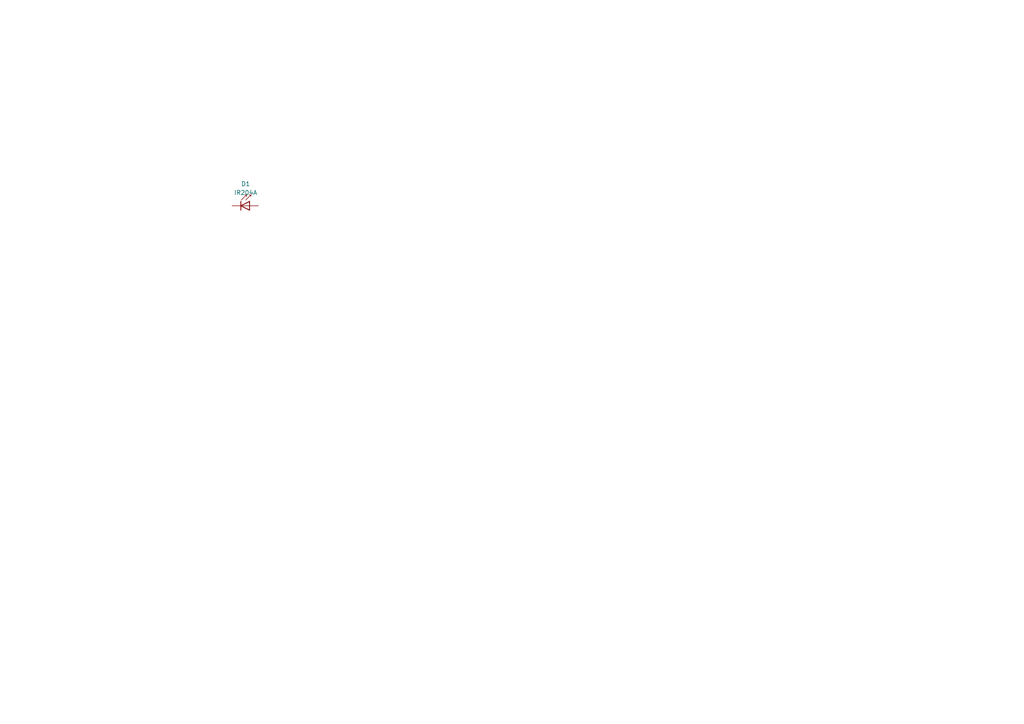
<source format=kicad_sch>
(kicad_sch (version 20230121) (generator eeschema)
  (paper "A4")
  (lib_symbols
    (symbol "LED:IR204A" (pin_numbers hide) (pin_names (offset 1.016) hide)
      (property "Reference" "D" (at 0.508 1.778 0))
      (property "Value" "IR204A" (at -1.016 -2.794 0))
      (symbol "IR204A_0_1"
        (polyline (pts (xy -2.54 1.27) (xy -2.54 -1.27)) (stroke (width 0.254)))
        (polyline (pts (xy 0 0) (xy -2.54 0)))
        (polyline (pts (xy 0.381 3.175) (xy -0.127 3.175)))
        (polyline (pts (xy -1.143 1.651) (xy 0.381 3.175) (xy 0.381 2.667)))
        (polyline (pts (xy 0 1.27) (xy -2.54 0) (xy 0 -1.27) (xy 0 1.27)) (stroke (width 0.254)))
        (polyline (pts (xy -2.413 1.651) (xy -0.889 3.175) (xy -0.889 2.667) (xy -0.889 3.175) (xy -1.397 3.175)))
      )
      (symbol "IR204A_1_1"
        (pin passive line (at -5.08 0 0) (length 2.54) (name "K") (number "1"))
        (pin passive line (at 2.54 0 180) (length 2.54) (name "A") (number "2"))
      )
    )
  )
  (symbol (lib_id "LED:IR204A") (at 72.39 59.69 0) (unit 1)
    (property "Reference" "D1" (at 71.247 53.34 0))
    (property "Value" "IR204A" (at 71.247 55.88 0))
    (property "Footprint" "LED_THT:LED_D3.0mm_IRBlack" (effects hide))
    (property "Datasheet" "http://www.everlight.com/file/ProductFile/IR204-A.pdf" (effects hide))
  )
)
</source>
